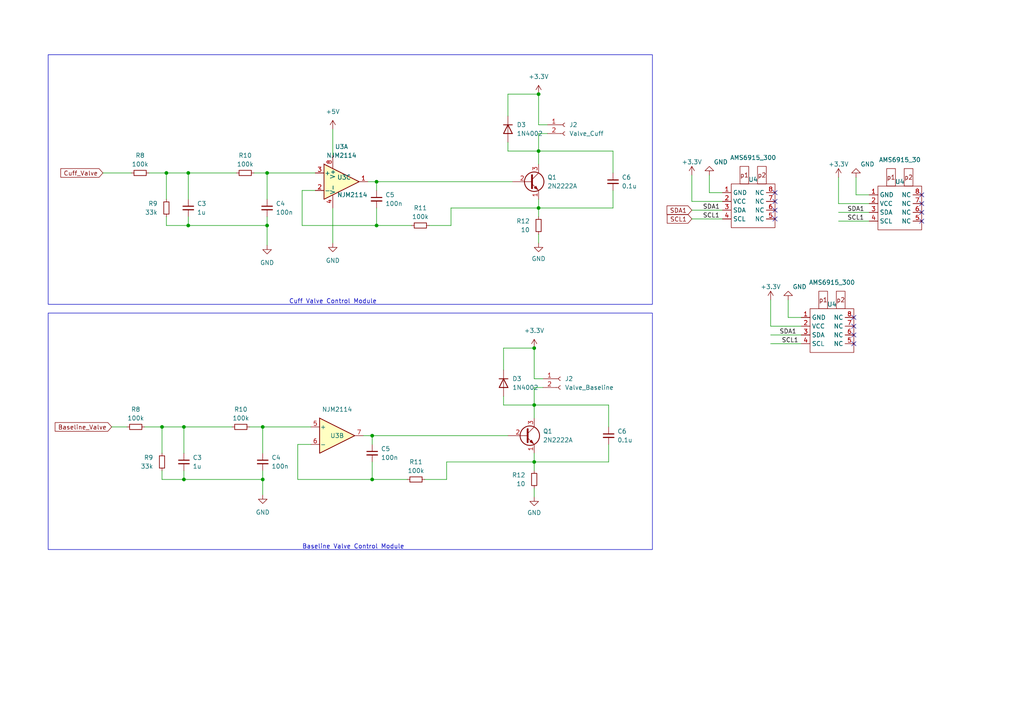
<source format=kicad_sch>
(kicad_sch (version 20230121) (generator eeschema)
  (paper "A4")
  (lib_symbols
    (symbol "1N4001_1" (pin_numbers hide) (pin_names hide)
      (property "Reference" "D" (at 0 2.54 0))
      (property "Value" "1N4001" (at 0 -2.54 0))
      (symbol "1N4001_1_0_1"
        (polyline (pts (xy -1.27 1.27) (xy -1.27 -1.27)) (stroke (width 0.254)))
        (polyline (pts (xy 1.27 0) (xy -1.27 0)))
        (polyline (pts (xy 1.27 1.27) (xy 1.27 -1.27) (xy -1.27 0) (xy 1.27 1.27)) (stroke (width 0.254)))
      )
      (symbol "1N4001_1_1_1"
        (pin passive line (at -3.81 0 0) (length 2.54) (name "K") (number "1"))
        (pin passive line (at 3.81 0 180) (length 2.54) (name "A") (number "2"))
      )
    )
    (symbol "Amplifier_Operational:NJM2114" (pin_names (offset 0.127))
      (property "Reference" "U" (at 0 5.08 0))
      (property "Value" "NJM2114" (at 0 -5.08 0))
      (symbol "NJM2114_1_1"
        (polyline (pts (xy -5.08 5.08) (xy 5.08 0) (xy -5.08 -5.08) (xy -5.08 5.08)) (stroke (width 0.254)) (fill (type background)))
        (pin output line (at 7.62 0 180) (length 2.54) (name "~") (number "1"))
        (pin input line (at -7.62 -2.54 0) (length 2.54) (name "-") (number "2"))
        (pin input line (at -7.62 2.54 0) (length 2.54) (name "+") (number "3"))
      )
      (symbol "NJM2114_2_1"
        (polyline (pts (xy -5.08 5.08) (xy 5.08 0) (xy -5.08 -5.08) (xy -5.08 5.08)) (stroke (width 0.254)) (fill (type background)))
        (pin input line (at -7.62 2.54 0) (length 2.54) (name "+") (number "5"))
        (pin input line (at -7.62 -2.54 0) (length 2.54) (name "-") (number "6"))
        (pin output line (at 7.62 0 180) (length 2.54) (name "~") (number "7"))
      )
      (symbol "NJM2114_3_1"
        (pin power_in line (at -2.54 -7.62 90) (length 3.81) (name "V-") (number "4"))
        (pin power_in line (at -2.54 7.62 270) (length 3.81) (name "V+") (number "8"))
      )
    )
    (symbol "Connector:Conn_01x02_Socket" (pin_names (offset 1.016) hide)
      (property "Reference" "J" (at 0 2.54 0))
      (property "Value" "Conn_01x02_Socket" (at 0 -5.08 0))
      (symbol "Conn_01x02_Socket_1_1"
        (arc (start 0 -2.032) (mid -0.5058 -2.54) (end 0 -3.048) (stroke (width 0.1524)))
        (polyline (pts (xy -1.27 -2.54) (xy -0.508 -2.54)) (stroke (width 0.1524)))
        (polyline (pts (xy -1.27 0) (xy -0.508 0)) (stroke (width 0.1524)))
        (arc (start 0 0.508) (mid -0.5058 0) (end 0 -0.508) (stroke (width 0.1524)))
        (pin passive line (at -5.08 0 0) (length 3.81) (name "Pin_1") (number "1"))
        (pin passive line (at -5.08 -2.54 0) (length 3.81) (name "Pin_2") (number "2"))
      )
    )
    (symbol "Device:C_Small" (pin_numbers hide) (pin_names (offset 0.254) hide)
      (property "Reference" "C" (at 0.254 1.778 0))
      (property "Value" "C_Small" (at 0.254 -2.032 0))
      (symbol "C_Small_0_1"
        (polyline (pts (xy -1.524 -0.508) (xy 1.524 -0.508)) (stroke (width 0.3302)))
        (polyline (pts (xy -1.524 0.508) (xy 1.524 0.508)) (stroke (width 0.3048)))
      )
      (symbol "C_Small_1_1"
        (pin passive line (at 0 2.54 270) (length 2.032) (name "~") (number "1"))
        (pin passive line (at 0 -2.54 90) (length 2.032) (name "~") (number "2"))
      )
    )
    (symbol "Device:R_Small" (pin_numbers hide) (pin_names (offset 0.254) hide)
      (property "Reference" "R" (at 0.762 0.508 0))
      (property "Value" "R_Small" (at 0.762 -1.016 0))
      (symbol "R_Small_0_1"
        (rectangle (start -0.762 1.778) (end 0.762 -1.778) (stroke (width 0.2032)))
      )
      (symbol "R_Small_1_1"
        (pin passive line (at 0 2.54 270) (length 0.762) (name "~") (number "1"))
        (pin passive line (at 0 -2.54 90) (length 0.762) (name "~") (number "2"))
      )
    )
    (symbol "GND_1" (power) (pin_names (offset 0))
      (property "Value" "GND_1" (at 0 -3.81 0))
      (symbol "GND_1_0_1"
        (polyline (pts (xy 0 0) (xy 0 -1.27) (xy 1.27 -1.27) (xy 0 -2.54) (xy -1.27 -1.27) (xy 0 -1.27)))
      )
      (symbol "GND_1_1_1"
        (pin power_in line (at 0 0 270) (length 0) hide (name "GND") (number "1"))
      )
    )
    (symbol "GND_2" (power) (pin_names (offset 0))
      (property "Value" "GND_2" (at 0 -3.81 0))
      (symbol "GND_2_0_1"
        (polyline (pts (xy 0 0) (xy 0 -1.27) (xy 1.27 -1.27) (xy 0 -2.54) (xy -1.27 -1.27) (xy 0 -1.27)))
      )
      (symbol "GND_2_1_1"
        (pin power_in line (at 0 0 270) (length 0) hide (name "GND") (number "1"))
      )
    )
    (symbol "GND_3" (power) (pin_names (offset 0))
      (property "Value" "GND_3" (at 0 -3.81 0))
      (symbol "GND_3_0_1"
        (polyline (pts (xy 0 0) (xy 0 -1.27) (xy 1.27 -1.27) (xy 0 -2.54) (xy -1.27 -1.27) (xy 0 -1.27)))
      )
      (symbol "GND_3_1_1"
        (pin power_in line (at 0 0 270) (length 0) hide (name "GND") (number "1"))
      )
    )
    (symbol "Symbols:AMS6915"
      (property "Reference" "U" (at 0 8.89 0))
      (property "Value" "AMS6915" (at 1.27 -13.97 0))
      (symbol "AMS6915_0_0"
        (text "p1" (at -1.27 2.54 0) (effects (font (size 1.27 1.27))))
        (text "p2" (at 3.81 2.54 0) (effects (font (size 1.27 1.27))))
      )
      (symbol "AMS6915_0_1"
        (rectangle (start -5.08 0) (end 7.62 -12.7) (stroke (width 0.1524)))
        (rectangle (start -2.54 0) (end 0 5.08) (stroke (width 0.1524)))
        (rectangle (start 2.54 0) (end 5.08 5.08) (stroke (width 0.1524)))
      )
      (symbol "AMS6915_1_1"
        (pin passive line (at -7.62 -2.54 0) (length 2.54) (name "GND") (number "1"))
        (pin passive line (at -7.62 -5.08 0) (length 2.54) (name "VCC") (number "2"))
        (pin passive line (at -7.62 -7.62 0) (length 2.54) (name "SDA") (number "3"))
        (pin passive line (at -7.62 -10.16 0) (length 2.54) (name "SCL") (number "4"))
        (pin passive line (at 7.62 -10.16 180) (length 2.54) (name "NC") (number "5"))
        (pin passive line (at 7.62 -7.62 180) (length 2.54) (name "NC") (number "6"))
        (pin passive line (at 7.62 -5.08 180) (length 2.54) (name "NC") (number "7"))
        (pin passive line (at 7.62 -2.54 180) (length 2.54) (name "NC") (number "8"))
      )
    )
    (symbol "Transistor_BJT:2N2219" (pin_names (offset 0) hide)
      (property "Reference" "Q" (at 5.08 1.905 0))
      (property "Value" "2N2219" (at 5.08 0 0))
      (symbol "2N2219_0_1"
        (polyline (pts (xy 0.635 0.635) (xy 2.54 2.54)))
        (polyline (pts (xy 0.635 -0.635) (xy 2.54 -2.54) (xy 2.54 -2.54)))
        (polyline (pts (xy 0.635 1.905) (xy 0.635 -1.905) (xy 0.635 -1.905)) (stroke (width 0.508)))
        (polyline (pts (xy 1.27 -1.778) (xy 1.778 -1.27) (xy 2.286 -2.286) (xy 1.27 -1.778) (xy 1.27 -1.778)) (fill (type outline)))
        (circle (center 1.27 0) (radius 2.8194) (stroke (width 0.254)))
      )
      (symbol "2N2219_1_1"
        (pin passive line (at 2.54 -5.08 90) (length 2.54) (name "E") (number "1"))
        (pin passive line (at -5.08 0 0) (length 5.715) (name "B") (number "2"))
        (pin passive line (at 2.54 5.08 270) (length 2.54) (name "C") (number "3"))
      )
    )
    (symbol "power:+3.3V" (power) (pin_names (offset 0))
      (property "Value" "+3.3V" (at 0 3.556 0))
      (symbol "+3.3V_0_1"
        (polyline (pts (xy -0.762 1.27) (xy 0 2.54)))
        (polyline (pts (xy 0 0) (xy 0 2.54)))
        (polyline (pts (xy 0 2.54) (xy 0.762 1.27)))
      )
      (symbol "+3.3V_1_1"
        (pin power_in line (at 0 0 90) (length 0) hide (name "+3.3V") (number "1"))
      )
    )
    (symbol "power:+5V" (power) (pin_names (offset 0))
      (property "Value" "+5V" (at 0 3.556 0))
      (symbol "+5V_0_1"
        (polyline (pts (xy -0.762 1.27) (xy 0 2.54)))
        (polyline (pts (xy 0 0) (xy 0 2.54)))
        (polyline (pts (xy 0 2.54) (xy 0.762 1.27)))
      )
      (symbol "+5V_1_1"
        (pin power_in line (at 0 0 90) (length 0) hide (name "+5V") (number "1"))
      )
    )
    (symbol "power:GND" (power) (pin_names (offset 0))
      (property "Value" "GND" (at 0 -3.81 0))
      (symbol "GND_0_1"
        (polyline (pts (xy 0 0) (xy 0 -1.27) (xy 1.27 -1.27) (xy 0 -2.54) (xy -1.27 -1.27) (xy 0 -1.27)))
      )
      (symbol "GND_1_1"
        (pin power_in line (at 0 0 270) (length 0) hide (name "GND") (number "1"))
      )
    )
  )
  (junction (at 156.21 27.305))
  (junction (at 109.22 65.405))
  (junction (at 46.99 123.825))
  (junction (at 54.61 50.165))
  (junction (at 53.34 123.825))
  (junction (at 109.22 52.705))
  (junction (at 54.61 65.405))
  (junction (at 77.47 50.165))
  (junction (at 156.21 60.325))
  (junction (at 48.26 50.165))
  (junction (at 107.95 139.065))
  (junction (at 76.2 123.825))
  (junction (at 77.47 65.405))
  (junction (at 154.94 100.965))
  (junction (at 154.94 133.985))
  (junction (at 156.21 43.815))
  (junction (at 53.34 139.065))
  (junction (at 154.94 117.475))
  (junction (at 76.2 139.065))
  (junction (at 107.95 126.365))
  (no_connect (at 224.79 55.88))
  (no_connect (at 247.65 99.695))
  (no_connect (at 267.335 59.055))
  (no_connect (at 267.335 56.515))
  (no_connect (at 247.65 94.615))
  (no_connect (at 247.65 92.075))
  (no_connect (at 267.335 64.135))
  (no_connect (at 224.79 63.5))
  (no_connect (at 267.335 61.595))
  (no_connect (at 224.79 58.42))
  (no_connect (at 224.79 60.96))
  (no_connect (at 247.65 97.155))
  (wire (pts (xy 109.22 65.405) (xy 119.38 65.405)))
  (wire (pts (xy 147.32 27.305) (xy 156.21 27.305)))
  (wire (pts (xy 53.34 139.065) (xy 53.34 136.525)))
  (wire (pts (xy 154.94 109.855) (xy 157.48 109.855)))
  (wire (pts (xy 248.285 56.515) (xy 252.095 56.515)))
  (wire (pts (xy 43.18 50.165) (xy 48.26 50.165)))
  (wire (pts (xy 176.53 123.825) (xy 176.53 117.475)))
  (wire (pts (xy 154.94 133.985) (xy 154.94 136.525)))
  (wire (pts (xy 32.385 123.825) (xy 36.83 123.825)))
  (wire (pts (xy 109.22 52.705) (xy 109.22 55.245)))
  (wire (pts (xy 154.94 131.445) (xy 154.94 133.985)))
  (wire (pts (xy 123.19 139.065) (xy 129.54 139.065)))
  (wire (pts (xy 46.99 123.825) (xy 53.34 123.825)))
  (wire (pts (xy 107.95 126.365) (xy 107.95 128.905)))
  (wire (pts (xy 205.74 50.8) (xy 205.74 55.88)))
  (wire (pts (xy 177.8 43.815) (xy 156.21 43.815)))
  (wire (pts (xy 243.205 61.595) (xy 252.095 61.595)))
  (wire (pts (xy 53.34 123.825) (xy 67.31 123.825)))
  (wire (pts (xy 109.22 60.325) (xy 109.22 65.405)))
  (wire (pts (xy 248.285 51.435) (xy 248.285 56.515)))
  (wire (pts (xy 154.94 100.965) (xy 154.94 109.855)))
  (wire (pts (xy 156.21 27.305) (xy 156.21 36.195)))
  (wire (pts (xy 77.47 65.405) (xy 77.47 71.12)))
  (wire (pts (xy 106.68 52.705) (xy 109.22 52.705)))
  (wire (pts (xy 77.47 50.165) (xy 91.44 50.165)))
  (wire (pts (xy 154.94 112.395) (xy 154.94 117.475)))
  (wire (pts (xy 48.26 50.165) (xy 54.61 50.165)))
  (wire (pts (xy 124.46 65.405) (xy 130.81 65.405)))
  (wire (pts (xy 96.52 60.325) (xy 96.52 70.485)))
  (wire (pts (xy 46.99 139.065) (xy 53.34 139.065)))
  (wire (pts (xy 86.36 128.905) (xy 90.17 128.905)))
  (wire (pts (xy 154.94 117.475) (xy 154.94 121.285)))
  (wire (pts (xy 29.845 50.165) (xy 38.1 50.165)))
  (wire (pts (xy 86.36 139.065) (xy 107.95 139.065)))
  (wire (pts (xy 77.47 65.405) (xy 54.61 65.405)))
  (wire (pts (xy 105.41 126.365) (xy 107.95 126.365)))
  (wire (pts (xy 156.21 43.815) (xy 156.21 47.625)))
  (wire (pts (xy 223.52 99.695) (xy 232.41 99.695)))
  (wire (pts (xy 157.48 112.395) (xy 154.94 112.395)))
  (wire (pts (xy 158.75 38.735) (xy 156.21 38.735)))
  (wire (pts (xy 177.8 55.245) (xy 177.8 60.325)))
  (wire (pts (xy 205.74 55.88) (xy 209.55 55.88)))
  (wire (pts (xy 53.34 123.825) (xy 53.34 131.445)))
  (wire (pts (xy 54.61 65.405) (xy 54.61 62.865)))
  (wire (pts (xy 77.47 57.785) (xy 77.47 50.165)))
  (wire (pts (xy 48.26 62.865) (xy 48.26 65.405)))
  (wire (pts (xy 147.32 43.815) (xy 156.21 43.815)))
  (wire (pts (xy 156.21 57.785) (xy 156.21 60.325)))
  (wire (pts (xy 156.21 60.325) (xy 130.81 60.325)))
  (wire (pts (xy 77.47 50.165) (xy 73.66 50.165)))
  (wire (pts (xy 243.205 51.435) (xy 243.205 59.055)))
  (wire (pts (xy 77.47 62.865) (xy 77.47 65.405)))
  (wire (pts (xy 129.54 133.985) (xy 129.54 139.065)))
  (wire (pts (xy 86.36 128.905) (xy 86.36 139.065)))
  (wire (pts (xy 223.52 94.615) (xy 232.41 94.615)))
  (wire (pts (xy 223.52 97.155) (xy 232.41 97.155)))
  (wire (pts (xy 176.53 128.905) (xy 176.53 133.985)))
  (wire (pts (xy 176.53 133.985) (xy 154.94 133.985)))
  (wire (pts (xy 76.2 139.065) (xy 76.2 143.51)))
  (wire (pts (xy 156.21 38.735) (xy 156.21 43.815)))
  (wire (pts (xy 228.6 92.075) (xy 232.41 92.075)))
  (wire (pts (xy 146.05 114.935) (xy 146.05 117.475)))
  (wire (pts (xy 146.05 107.315) (xy 146.05 100.965)))
  (wire (pts (xy 76.2 136.525) (xy 76.2 139.065)))
  (wire (pts (xy 146.05 100.965) (xy 154.94 100.965)))
  (wire (pts (xy 109.22 52.705) (xy 148.59 52.705)))
  (wire (pts (xy 176.53 117.475) (xy 154.94 117.475)))
  (wire (pts (xy 76.2 123.825) (xy 72.39 123.825)))
  (wire (pts (xy 156.21 60.325) (xy 156.21 62.865)))
  (wire (pts (xy 54.61 50.165) (xy 54.61 57.785)))
  (wire (pts (xy 154.94 133.985) (xy 129.54 133.985)))
  (wire (pts (xy 48.26 50.165) (xy 48.26 57.785)))
  (wire (pts (xy 156.21 36.195) (xy 158.75 36.195)))
  (wire (pts (xy 243.205 59.055) (xy 252.095 59.055)))
  (wire (pts (xy 156.21 67.945) (xy 156.21 70.485)))
  (wire (pts (xy 107.95 133.985) (xy 107.95 139.065)))
  (wire (pts (xy 107.95 139.065) (xy 118.11 139.065)))
  (wire (pts (xy 200.66 60.96) (xy 209.55 60.96)))
  (wire (pts (xy 177.8 60.325) (xy 156.21 60.325)))
  (wire (pts (xy 200.66 58.42) (xy 209.55 58.42)))
  (wire (pts (xy 177.8 50.165) (xy 177.8 43.815)))
  (wire (pts (xy 76.2 139.065) (xy 53.34 139.065)))
  (wire (pts (xy 147.32 41.275) (xy 147.32 43.815)))
  (wire (pts (xy 200.66 63.5) (xy 209.55 63.5)))
  (wire (pts (xy 228.6 86.995) (xy 228.6 92.075)))
  (wire (pts (xy 48.26 65.405) (xy 54.61 65.405)))
  (wire (pts (xy 96.52 37.465) (xy 96.52 45.085)))
  (wire (pts (xy 154.94 141.605) (xy 154.94 144.145)))
  (wire (pts (xy 107.95 126.365) (xy 147.32 126.365)))
  (wire (pts (xy 76.2 123.825) (xy 90.17 123.825)))
  (wire (pts (xy 130.81 60.325) (xy 130.81 65.405)))
  (wire (pts (xy 200.66 50.8) (xy 200.66 58.42)))
  (wire (pts (xy 223.52 86.995) (xy 223.52 94.615)))
  (wire (pts (xy 87.63 55.245) (xy 87.63 65.405)))
  (wire (pts (xy 147.32 33.655) (xy 147.32 27.305)))
  (wire (pts (xy 87.63 65.405) (xy 109.22 65.405)))
  (wire (pts (xy 146.05 117.475) (xy 154.94 117.475)))
  (wire (pts (xy 76.2 131.445) (xy 76.2 123.825)))
  (wire (pts (xy 41.91 123.825) (xy 46.99 123.825)))
  (wire (pts (xy 243.205 64.135) (xy 252.095 64.135)))
  (wire (pts (xy 54.61 50.165) (xy 68.58 50.165)))
  (wire (pts (xy 87.63 55.245) (xy 91.44 55.245)))
  (wire (pts (xy 46.99 136.525) (xy 46.99 139.065)))
  (wire (pts (xy 46.99 123.825) (xy 46.99 131.445)))
  (rectangle (start 13.97 90.805) (end 189.23 159.385))
  (rectangle (start 13.97 15.875) (end 189.23 88.265))
  (text "Baseline Valve Control Module" (at 87.63 159.385 0) (effects (font (size 1.27 1.27)) (justify left bottom)))
  (text "Cuff Valve Control Module" (at 83.82 88.265 0) (effects (font (size 1.27 1.27)) (justify left bottom)))
  (label "SCL1" (at 245.745 64.135 0))
  (label "SDA1" (at 226.06 97.155 0))
  (label "SCL1" (at 226.695 99.695 0))
  (label "SDA1" (at 245.745 61.595 0))
  (label "SDA1" (at 203.835 60.96 0))
  (label "SCL1" (at 203.835 63.5 0))
  (global_label "SDA1" (shape input) (at 200.66 60.96 180) (property "Intersheetrefs" "${INTERSHEET_REFS}" (effects hide)))
  (global_label "Cuff_Valve" (shape input) (at 29.845 50.165 180) (property "Intersheetrefs" "${INTERSHEET_REFS}" (effects hide)))
  (global_label "Baseline_Valve" (shape input) (at 32.385 123.825 180) (property "Intersheetrefs" "${INTERSHEET_REFS}" (effects hide)))
  (global_label "SCL1" (shape input) (at 200.66 63.5 180) (property "Intersheetrefs" "${INTERSHEET_REFS}" (effects hide)))
  (symbol (lib_id "power:GND") (at 154.94 144.145 0) (unit 1)
    (property "Reference" "#PWR015" (effects hide))
    (property "Value" "GND" (at 154.94 148.7075 0))
    (instances (project "BPN" (path "" (reference "#PWR015") (unit 1))) (project "Differential" (path "" (reference "#PWR025") (unit 1)) (path "" (reference "#PWR029") (unit 1))) (project "Developmentboard" (path "" (reference "#PWR0121") (unit 1))))
  )
  (symbol (lib_id "Device:R_Small") (at 46.99 133.985 0) (mirror x) (unit 1)
    (property "Reference" "R9" (at 44.45 132.715 0) (effects (justify right)))
    (property "Value" "33k" (at 44.45 135.255 0) (effects (justify right)))
    (property "Footprint" "Resistor_SMD:R_0603_1608Metric_Pad0.98x0.95mm_HandSolder" (effects hide))
    (instances (project "BPN" (path "" (reference "R9") (unit 1))) (project "Differential" (path "" (reference "R7") (unit 1)) (path "" (reference "R18") (unit 1))) (project "Developmentboard" (path "" (reference "R9") (unit 1))))
  )
  (symbol (lib_id "Transistor_BJT:2N2219") (at 152.4 126.365 0) (unit 1)
    (property "Reference" "Q1" (at 157.48 125.095 0) (effects (justify left)))
    (property "Value" "2N2222A" (at 157.48 127.635 0) (effects (justify left)))
    (property "Footprint" "Package_TO_SOT_THT:TO-92" (effects hide))
    (property "Datasheet" "http://www.onsemi.com/pub_link/Collateral/2N2219-D.PDF" (effects hide))
    (instances (project "BPN" (path "" (reference "Q1") (unit 1))) (project "Differential" (path "" (reference "Q2") (unit 1)) (path "" (reference "Q4") (unit 1))))
  )
  (symbol (lib_id "Device:R_Small") (at 71.12 50.165 90) (unit 1)
    (property "Reference" "R10" (at 71.12 45.085 90))
    (property "Value" "100k" (at 71.12 47.625 90))
    (property "Footprint" "Resistor_SMD:R_0603_1608Metric_Pad0.98x0.95mm_HandSolder" (effects hide))
    (instances (project "BPN" (path "" (reference "R10") (unit 1))) (project "Differential" (path "" (reference "R10") (unit 1)) (path "" (reference "R14") (unit 1))) (project "Developmentboard" (path "" (reference "R11") (unit 1))))
  )
  (symbol (lib_id "power:GND") (at 156.21 70.485 0) (unit 1)
    (property "Reference" "#PWR015" (effects hide))
    (property "Value" "GND" (at 156.21 75.0475 0))
    (instances (project "BPN" (path "" (reference "#PWR015") (unit 1))) (project "Differential" (path "" (reference "#PWR025") (unit 1)) (path "" (reference "#PWR025") (unit 1))) (project "Developmentboard" (path "" (reference "#PWR0121") (unit 1))))
  )
  (symbol (lib_id "Device:R_Small") (at 154.94 139.065 0) (mirror x) (unit 1)
    (property "Reference" "R12" (at 152.4 137.795 0) (effects (justify right)))
    (property "Value" "10" (at 152.4 140.335 0) (effects (justify right)))
    (property "Footprint" "Resistor_SMD:R_0603_1608Metric_Pad0.98x0.95mm_HandSolder" (effects hide))
    (instances (project "BPN" (path "" (reference "R12") (unit 1))) (project "Differential" (path "" (reference "R15") (unit 1)) (path "" (reference "R21") (unit 1))) (project "Developmentboard" (path "" (reference "R14") (unit 1))))
  )
  (symbol (lib_name "GND_2") (lib_id "power:GND") (at 76.2 143.51 0) (unit 1)
    (property "Reference" "#PWR08" (effects hide))
    (property "Value" "GND" (at 76.2 148.59 0))
  )
  (symbol (lib_id "Device:R_Small") (at 40.64 50.165 90) (unit 1)
    (property "Reference" "R8" (at 40.64 45.085 90))
    (property "Value" "100k" (at 40.64 47.625 90))
    (property "Footprint" "Resistor_SMD:R_0603_1608Metric_Pad0.98x0.95mm_HandSolder" (effects hide))
    (instances (project "BPN" (path "" (reference "R8") (unit 1))) (project "Differential" (path "" (reference "R6") (unit 1)) (path "" (reference "R12") (unit 1))) (project "Developmentboard" (path "" (reference "R6") (unit 1))))
  )
  (symbol (lib_id "Transistor_BJT:2N2219") (at 153.67 52.705 0) (unit 1)
    (property "Reference" "Q1" (at 158.75 51.435 0) (effects (justify left)))
    (property "Value" "2N2222A" (at 158.75 53.975 0) (effects (justify left)))
    (property "Footprint" "Package_TO_SOT_THT:TO-92" (effects hide))
    (property "Datasheet" "http://www.onsemi.com/pub_link/Collateral/2N2219-D.PDF" (effects hide))
    (instances (project "BPN" (path "" (reference "Q1") (unit 1))) (project "Differential" (path "" (reference "Q2") (unit 1)) (path "" (reference "Q3") (unit 1))))
  )
  (symbol (lib_id "Device:C_Small") (at 53.34 133.985 0) (unit 1)
    (property "Reference" "C3" (at 55.88 132.7213 0) (effects (justify left)))
    (property "Value" "1u" (at 55.88 135.2613 0) (effects (justify left)))
    (property "Footprint" "Capacitor_SMD:C_0805_2012Metric_Pad1.18x1.45mm_HandSolder" (effects hide))
    (instances (project "BPN" (path "" (reference "C3") (unit 1))) (project "Differential" (path "" (reference "C1") (unit 1)) (path "" (reference "C7") (unit 1))) (project "Developmentboard" (path "" (reference "C4") (unit 1))))
  )
  (symbol (lib_name "1N4001_1") (lib_id "Diode:1N4001") (at 146.05 111.125 270) (unit 1)
    (property "Reference" "D3" (at 148.59 109.855 90) (effects (justify left)))
    (property "Value" "1N4002" (at 148.59 112.395 90) (effects (justify left)))
    (property "Footprint" "Diode_THT:D_DO-41_SOD81_P3.81mm_Vertical_AnodeUp" (effects hide))
    (property "Datasheet" "http://www.vishay.com/docs/88503/1n4001.pdf" (effects hide))
    (property "Sim.Device" "D" (effects hide))
    (property "Sim.Pins" "1=K 2=A" (effects hide))
    (instances (project "BPN" (path "" (reference "D3") (unit 1))) (project "Differential" (path "" (reference "D4") (unit 1)) (path "" (reference "D6") (unit 1))))
  )
  (symbol (lib_id "Device:R_Small") (at 69.85 123.825 90) (unit 1)
    (property "Reference" "R10" (at 69.85 118.745 90))
    (property "Value" "100k" (at 69.85 121.285 90))
    (property "Footprint" "Resistor_SMD:R_0603_1608Metric_Pad0.98x0.95mm_HandSolder" (effects hide))
    (instances (project "BPN" (path "" (reference "R10") (unit 1))) (project "Differential" (path "" (reference "R10") (unit 1)) (path "" (reference "R19") (unit 1))) (project "Developmentboard" (path "" (reference "R11") (unit 1))))
  )
  (symbol (lib_id "power:+3.3V") (at 156.21 27.305 0) (unit 1)
    (property "Reference" "#PWR09" (effects hide))
    (property "Value" "+3.3V" (at 156.21 22.225 0))
    (instances (project "BPN" (path "" (reference "#PWR09") (unit 1))) (project "Differential" (path "" (reference "#PWR024") (unit 1)) (path "" (reference "#PWR024") (unit 1))))
  )
  (symbol (lib_id "Symbols:AMS6915") (at 240.03 89.535 0) (unit 1)
    (property "Reference" "U4" (at 241.3 88.265 0))
    (property "Value" "AMS6915_300" (at 241.3 81.915 0))
    (property "Footprint" "MedVet_FP:AMS_6915_FP" (effects hide))
    (instances (project "BPN" (path "" (reference "U4") (unit 1))) (project "Differential" (path "" (reference "U9") (unit 1))) (project "Developmentboard" (path "" (reference "U8") (unit 1))))
  )
  (symbol (lib_id "Device:R_Small") (at 156.21 65.405 0) (mirror x) (unit 1)
    (property "Reference" "R12" (at 153.67 64.135 0) (effects (justify right)))
    (property "Value" "10" (at 153.67 66.675 0) (effects (justify right)))
    (property "Footprint" "Resistor_SMD:R_0603_1608Metric_Pad0.98x0.95mm_HandSolder" (effects hide))
    (instances (project "BPN" (path "" (reference "R12") (unit 1))) (project "Differential" (path "" (reference "R15") (unit 1)) (path "" (reference "R16") (unit 1))) (project "Developmentboard" (path "" (reference "R14") (unit 1))))
  )
  (symbol (lib_id "Device:C_Small") (at 54.61 60.325 0) (unit 1)
    (property "Reference" "C3" (at 57.15 59.0613 0) (effects (justify left)))
    (property "Value" "1u" (at 57.15 61.6013 0) (effects (justify left)))
    (property "Footprint" "Capacitor_SMD:C_0805_2012Metric_Pad1.18x1.45mm_HandSolder" (effects hide))
    (instances (project "BPN" (path "" (reference "C3") (unit 1))) (project "Differential" (path "" (reference "C1") (unit 1)) (path "" (reference "C3") (unit 1))) (project "Developmentboard" (path "" (reference "C4") (unit 1))))
  )
  (symbol (lib_id "Amplifier_Operational:NJM2114") (at 99.06 52.705 0) (unit 3)
    (property "Reference" "U3" (at 97.79 51.435 0) (effects (justify left)))
    (property "Value" "NJM2114" (at 97.79 56.515 0) (effects (justify left)))
    (property "Footprint" "Package_DIP:DIP-8_W7.62mm" (effects hide))
    (property "Datasheet" "http://www.njr.com/semicon/PDF/NJM2114_E.pdf" (effects hide))
  )
  (symbol (lib_id "power:GND") (at 248.285 51.435 180) (unit 1)
    (property "Reference" "#PWR020" (effects hide))
    (property "Value" "GND" (at 249.555 47.625 0) (effects (justify right)))
    (instances (project "BPN" (path "" (reference "#PWR020") (unit 1))) (project "Differential" (path "" (reference "#PWR037") (unit 1))) (project "Developmentboard" (path "" (reference "#PWR0108") (unit 1))))
  )
  (symbol (lib_id "Device:R_Small") (at 39.37 123.825 90) (unit 1)
    (property "Reference" "R8" (at 39.37 118.745 90))
    (property "Value" "100k" (at 39.37 121.285 90))
    (property "Footprint" "Resistor_SMD:R_0603_1608Metric_Pad0.98x0.95mm_HandSolder" (effects hide))
    (instances (project "BPN" (path "" (reference "R8") (unit 1))) (project "Differential" (path "" (reference "R6") (unit 1)) (path "" (reference "R17") (unit 1))) (project "Developmentboard" (path "" (reference "R6") (unit 1))))
  )
  (symbol (lib_id "Connector:Conn_01x02_Socket") (at 163.83 36.195 0) (unit 1)
    (property "Reference" "J2" (at 165.1 36.195 0) (effects (justify left)))
    (property "Value" "Valve_Cuff" (at 165.1 38.735 0) (effects (justify left)))
    (property "Footprint" "Connector_PinHeader_2.54mm:PinHeader_1x02_P2.54mm_Vertical" (effects hide))
    (instances (project "BPN" (path "" (reference "J2") (unit 1))) (project "Differential" (path "" (reference "J4") (unit 1)) (path "" (reference "J6") (unit 1))))
  )
  (symbol (lib_id "Device:C_Small") (at 176.53 126.365 0) (unit 1)
    (property "Reference" "C6" (at 179.07 125.1013 0) (effects (justify left)))
    (property "Value" "0.1u" (at 179.07 127.6413 0) (effects (justify left)))
    (property "Footprint" "Capacitor_SMD:C_0805_2012Metric_Pad1.18x1.45mm_HandSolder" (effects hide))
    (instances (project "BPN" (path "" (reference "C6") (unit 1))) (project "Differential" (path "" (reference "C6") (unit 1)) (path "" (reference "C10") (unit 1))) (project "Developmentboard" (path "" (reference "C10") (unit 1))))
  )
  (symbol (lib_id "Device:C_Small") (at 177.8 52.705 0) (unit 1)
    (property "Reference" "C6" (at 180.34 51.4413 0) (effects (justify left)))
    (property "Value" "0.1u" (at 180.34 53.9813 0) (effects (justify left)))
    (property "Footprint" "Capacitor_SMD:C_0805_2012Metric_Pad1.18x1.45mm_HandSolder" (effects hide))
    (instances (project "BPN" (path "" (reference "C6") (unit 1))) (project "Differential" (path "" (reference "C6") (unit 1)) (path "" (reference "C6") (unit 1))) (project "Developmentboard" (path "" (reference "C10") (unit 1))))
  )
  (symbol (lib_id "Device:R_Small") (at 120.65 139.065 90) (unit 1)
    (property "Reference" "R11" (at 120.65 133.985 90))
    (property "Value" "100k" (at 120.65 136.525 90))
    (property "Footprint" "Resistor_SMD:R_0603_1608Metric_Pad0.98x0.95mm_HandSolder" (effects hide))
    (instances (project "BPN" (path "" (reference "R11") (unit 1))) (project "Differential" (path "" (reference "R13") (unit 1)) (path "" (reference "R20") (unit 1))) (project "Developmentboard" (path "" (reference "R13") (unit 1))))
  )
  (symbol (lib_id "Connector:Conn_01x02_Socket") (at 162.56 109.855 0) (unit 1)
    (property "Reference" "J2" (at 163.83 109.855 0) (effects (justify left)))
    (property "Value" "Valve_Baseline" (at 163.83 112.395 0) (effects (justify left)))
    (property "Footprint" "Connector_PinHeader_2.54mm:PinHeader_1x02_P2.54mm_Vertical" (effects hide))
    (instances (project "BPN" (path "" (reference "J2") (unit 1))) (project "Differential" (path "" (reference "J4") (unit 1)) (path "" (reference "J7") (unit 1))))
  )
  (symbol (lib_name "GND_3") (lib_id "power:GND") (at 96.52 70.485 0) (unit 1)
    (property "Reference" "#PWR011" (effects hide))
    (property "Value" "GND" (at 96.52 75.565 0))
    (instances (project "BPN" (path "" (reference "#PWR011") (unit 1))) (project "Differential" (path "" (reference "#PWR016") (unit 1)) (path "" (reference "#PWR016") (unit 1))))
  )
  (symbol (lib_id "Symbols:AMS6915") (at 259.715 53.975 0) (unit 1)
    (property "Reference" "U4" (at 260.985 52.705 0))
    (property "Value" "AMS6915_30" (at 260.985 46.355 0))
    (property "Footprint" "MedVet_FP:AMS_6915_FP" (effects hide))
    (instances (project "BPN" (path "" (reference "U4") (unit 1))) (project "Differential" (path "" (reference "U8") (unit 1))) (project "Developmentboard" (path "" (reference "U8") (unit 1))))
  )
  (symbol (lib_id "power:+3.3V") (at 200.66 50.8 0) (unit 1)
    (property "Reference" "#PWR014" (effects hide))
    (property "Value" "+3.3V" (at 200.66 46.99 0))
    (instances (project "BPN" (path "" (reference "#PWR014") (unit 1))) (project "Differential" (path "" (reference "#PWR027") (unit 1))))
  )
  (symbol (lib_id "power:+5V") (at 96.52 37.465 0) (unit 1)
    (property "Reference" "#PWR07" (effects hide))
    (property "Value" "+5V" (at 96.52 32.385 0))
    (instances (project "BPN" (path "" (reference "#PWR07") (unit 1))) (project "Differential" (path "" (reference "#PWR015") (unit 1)) (path "" (reference "#PWR015") (unit 1))))
  )
  (symbol (lib_id "Symbols:AMS6915") (at 217.17 53.34 0) (unit 1)
    (property "Reference" "U4" (at 218.44 52.07 0))
    (property "Value" "AMS6915_300" (at 218.44 45.72 0))
    (property "Footprint" "MedVet_FP:AMS_6915_FP" (effects hide))
    (instances (project "BPN" (path "" (reference "U4") (unit 1))) (project "Differential" (path "" (reference "U7") (unit 1))) (project "Developmentboard" (path "" (reference "U8") (unit 1))))
  )
  (symbol (lib_id "Device:C_Small") (at 107.95 131.445 0) (unit 1)
    (property "Reference" "C5" (at 110.49 130.1813 0) (effects (justify left)))
    (property "Value" "100n" (at 110.49 132.7213 0) (effects (justify left)))
    (property "Footprint" "Capacitor_SMD:C_0805_2012Metric_Pad1.18x1.45mm_HandSolder" (effects hide))
    (instances (project "BPN" (path "" (reference "C5") (unit 1))) (project "Differential" (path "" (reference "C4") (unit 1)) (path "" (reference "C9") (unit 1))) (project "Developmentboard" (path "" (reference "C8") (unit 1))))
  )
  (symbol (lib_id "power:+3.3V") (at 243.205 51.435 0) (unit 1)
    (property "Reference" "#PWR014" (effects hide))
    (property "Value" "+3.3V" (at 243.205 47.625 0))
    (instances (project "BPN" (path "" (reference "#PWR014") (unit 1))) (project "Differential" (path "" (reference "#PWR035") (unit 1))))
  )
  (symbol (lib_name "1N4001_1") (lib_id "Diode:1N4001") (at 147.32 37.465 270) (unit 1)
    (property "Reference" "D3" (at 149.86 36.195 90) (effects (justify left)))
    (property "Value" "1N4002" (at 149.86 38.735 90) (effects (justify left)))
    (property "Footprint" "Diode_THT:D_DO-41_SOD81_P3.81mm_Vertical_AnodeUp" (effects hide))
    (property "Datasheet" "http://www.vishay.com/docs/88503/1n4001.pdf" (effects hide))
    (property "Sim.Device" "D" (effects hide))
    (property "Sim.Pins" "1=K 2=A" (effects hide))
    (instances (project "BPN" (path "" (reference "D3") (unit 1))) (project "Differential" (path "" (reference "D4") (unit 1)) (path "" (reference "D5") (unit 1))))
  )
  (symbol (lib_id "Amplifier_Operational:NJM2114") (at 97.79 126.365 0) (unit 2)
    (property "Reference" "U3" (at 97.79 126.365 0))
    (property "Value" "NJM2114" (at 97.79 118.745 0))
    (property "Footprint" "Package_DIP:DIP-8_W7.62mm" (effects hide))
    (property "Datasheet" "http://www.njr.com/semicon/PDF/NJM2114_E.pdf" (effects hide))
  )
  (symbol (lib_id "Amplifier_Operational:NJM2114") (at 99.06 52.705 0) (unit 1)
    (property "Reference" "U3" (at 99.06 42.545 0))
    (property "Value" "NJM2114" (at 99.06 45.085 0))
    (property "Footprint" "Package_DIP:DIP-8_W7.62mm" (effects hide))
    (property "Datasheet" "http://www.njr.com/semicon/PDF/NJM2114_E.pdf" (effects hide))
  )
  (symbol (lib_id "Device:R_Small") (at 121.92 65.405 90) (unit 1)
    (property "Reference" "R11" (at 121.92 60.325 90))
    (property "Value" "100k" (at 121.92 62.865 90))
    (property "Footprint" "Resistor_SMD:R_0603_1608Metric_Pad0.98x0.95mm_HandSolder" (effects hide))
    (instances (project "BPN" (path "" (reference "R11") (unit 1))) (project "Differential" (path "" (reference "R13") (unit 1)) (path "" (reference "R15") (unit 1))) (project "Developmentboard" (path "" (reference "R13") (unit 1))))
  )
  (symbol (lib_id "Device:C_Small") (at 109.22 57.785 0) (unit 1)
    (property "Reference" "C5" (at 111.76 56.5213 0) (effects (justify left)))
    (property "Value" "100n" (at 111.76 59.0613 0) (effects (justify left)))
    (property "Footprint" "Capacitor_SMD:C_0805_2012Metric_Pad1.18x1.45mm_HandSolder" (effects hide))
    (instances (project "BPN" (path "" (reference "C5") (unit 1))) (project "Differential" (path "" (reference "C4") (unit 1)) (path "" (reference "C5") (unit 1))) (project "Developmentboard" (path "" (reference "C8") (unit 1))))
  )
  (symbol (lib_id "power:GND") (at 228.6 86.995 180) (unit 1)
    (property "Reference" "#PWR020" (effects hide))
    (property "Value" "GND" (at 229.87 83.185 0) (effects (justify right)))
    (instances (project "BPN" (path "" (reference "#PWR020") (unit 1))) (project "Differential" (path "" (reference "#PWR042") (unit 1))) (project "Developmentboard" (path "" (reference "#PWR0108") (unit 1))))
  )
  (symbol (lib_id "power:+3.3V") (at 223.52 86.995 0) (unit 1)
    (property "Reference" "#PWR014" (effects hide))
    (property "Value" "+3.3V" (at 223.52 83.185 0))
    (instances (project "BPN" (path "" (reference "#PWR014") (unit 1))) (project "Differential" (path "" (reference "#PWR040") (unit 1))))
  )
  (symbol (lib_id "Device:R_Small") (at 48.26 60.325 0) (mirror x) (unit 1)
    (property "Reference" "R9" (at 45.72 59.055 0) (effects (justify right)))
    (property "Value" "33k" (at 45.72 61.595 0) (effects (justify right)))
    (property "Footprint" "Resistor_SMD:R_0603_1608Metric_Pad0.98x0.95mm_HandSolder" (effects hide))
    (instances (project "BPN" (path "" (reference "R9") (unit 1))) (project "Differential" (path "" (reference "R7") (unit 1)) (path "" (reference "R13") (unit 1))) (project "Developmentboard" (path "" (reference "R9") (unit 1))))
  )
  (symbol (lib_name "GND_1") (lib_id "power:GND") (at 77.47 71.12 0) (unit 1)
    (property "Reference" "#PWR06" (effects hide))
    (property "Value" "GND" (at 77.47 76.2 0))
  )
  (symbol (lib_id "power:GND") (at 205.74 50.8 180) (unit 1)
    (property "Reference" "#PWR020" (effects hide))
    (property "Value" "GND" (at 207.01 46.99 0) (effects (justify right)))
    (instances (project "BPN" (path "" (reference "#PWR020") (unit 1))) (project "Differential" (path "" (reference "#PWR031") (unit 1))) (project "Developmentboard" (path "" (reference "#PWR0108") (unit 1))))
  )
  (symbol (lib_id "Device:C_Small") (at 77.47 60.325 0) (unit 1)
    (property "Reference" "C4" (at 80.01 59.0613 0) (effects (justify left)))
    (property "Value" "100n" (at 80.01 61.6013 0) (effects (justify left)))
    (property "Footprint" "Capacitor_SMD:C_0805_2012Metric_Pad1.18x1.45mm_HandSolder" (effects hide))
    (instances (project "BPN" (path "" (reference "C4") (unit 1))) (project "Differential" (path "" (reference "C2") (unit 1)) (path "" (reference "C4") (unit 1))) (project "Developmentboard" (path "" (reference "C6") (unit 1))))
  )
  (symbol (lib_id "power:+3.3V") (at 154.94 100.965 0) (unit 1)
    (property "Reference" "#PWR09" (effects hide))
    (property "Value" "+3.3V" (at 154.94 95.885 0))
    (instances (project "BPN" (path "" (reference "#PWR09") (unit 1))) (project "Differential" (path "" (reference "#PWR024") (unit 1)) (path "" (reference "#PWR028") (unit 1))))
  )
  (symbol (lib_id "Device:C_Small") (at 76.2 133.985 0) (unit 1)
    (property "Reference" "C4" (at 78.74 132.7213 0) (effects (justify left)))
    (property "Value" "100n" (at 78.74 135.2613 0) (effects (justify left)))
    (property "Footprint" "Capacitor_SMD:C_0805_2012Metric_Pad1.18x1.45mm_HandSolder" (effects hide))
    (instances (project "BPN" (path "" (reference "C4") (unit 1))) (project "Differential" (path "" (reference "C2") (unit 1)) (path "" (reference "C8") (unit 1))) (project "Developmentboard" (path "" (reference "C6") (unit 1))))
  )
)
</source>
